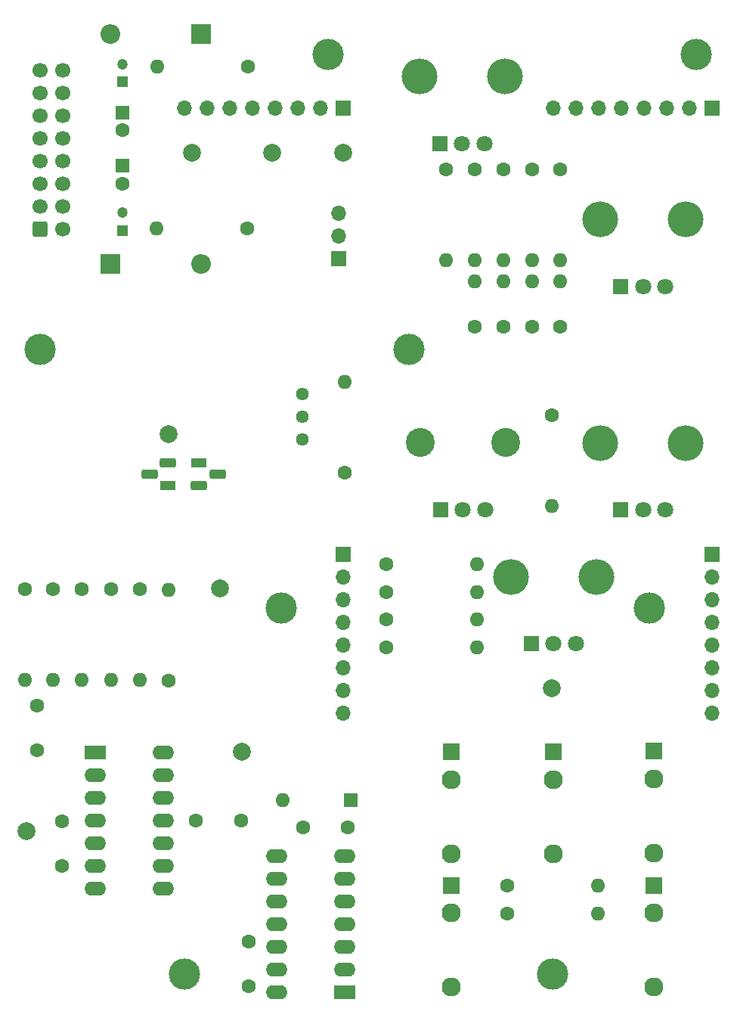
<source format=gts>
G04 #@! TF.GenerationSoftware,KiCad,Pcbnew,8.0.2-1*
G04 #@! TF.CreationDate,2024-08-30T08:24:12+02:00*
G04 #@! TF.ProjectId,vixen,76697865-6e2e-46b6-9963-61645f706362,rev?*
G04 #@! TF.SameCoordinates,Original*
G04 #@! TF.FileFunction,Soldermask,Top*
G04 #@! TF.FilePolarity,Negative*
%FSLAX46Y46*%
G04 Gerber Fmt 4.6, Leading zero omitted, Abs format (unit mm)*
G04 Created by KiCad (PCBNEW 8.0.2-1) date 2024-08-30 08:24:12*
%MOMM*%
%LPD*%
G01*
G04 APERTURE LIST*
G04 Aperture macros list*
%AMRoundRect*
0 Rectangle with rounded corners*
0 $1 Rounding radius*
0 $2 $3 $4 $5 $6 $7 $8 $9 X,Y pos of 4 corners*
0 Add a 4 corners polygon primitive as box body*
4,1,4,$2,$3,$4,$5,$6,$7,$8,$9,$2,$3,0*
0 Add four circle primitives for the rounded corners*
1,1,$1+$1,$2,$3*
1,1,$1+$1,$4,$5*
1,1,$1+$1,$6,$7*
1,1,$1+$1,$8,$9*
0 Add four rect primitives between the rounded corners*
20,1,$1+$1,$2,$3,$4,$5,0*
20,1,$1+$1,$4,$5,$6,$7,0*
20,1,$1+$1,$6,$7,$8,$9,0*
20,1,$1+$1,$8,$9,$2,$3,0*%
G04 Aperture macros list end*
%ADD10C,1.600000*%
%ADD11C,2.000000*%
%ADD12C,3.500000*%
%ADD13R,1.700000X1.700000*%
%ADD14O,1.700000X1.700000*%
%ADD15R,2.200000X2.200000*%
%ADD16O,2.200000X2.200000*%
%ADD17O,1.600000X1.600000*%
%ADD18R,1.800000X1.100000*%
%ADD19RoundRect,0.275000X0.625000X-0.275000X0.625000X0.275000X-0.625000X0.275000X-0.625000X-0.275000X0*%
%ADD20O,4.000000X4.000000*%
%ADD21R,1.800000X1.800000*%
%ADD22C,1.800000*%
%ADD23R,1.930000X1.830000*%
%ADD24C,2.130000*%
%ADD25RoundRect,0.275000X-0.625000X0.275000X-0.625000X-0.275000X0.625000X-0.275000X0.625000X0.275000X0*%
%ADD26R,2.400000X1.600000*%
%ADD27O,2.400000X1.600000*%
%ADD28C,3.240000*%
%ADD29R,1.600000X1.600000*%
%ADD30C,1.440000*%
%ADD31RoundRect,0.250000X-0.600000X-0.600000X0.600000X-0.600000X0.600000X0.600000X-0.600000X0.600000X0*%
%ADD32C,1.700000*%
%ADD33R,1.200000X1.200000*%
%ADD34C,1.200000*%
G04 APERTURE END LIST*
D10*
X36500000Y-119825000D03*
X36500000Y-124825000D03*
X56500000Y-119750000D03*
X51500000Y-119750000D03*
X57400000Y-138300000D03*
X57400000Y-133300000D03*
D11*
X32500000Y-121000000D03*
X60000000Y-45000000D03*
D12*
X75300000Y-67000000D03*
D13*
X68000000Y-40000000D03*
D14*
X65460000Y-40000000D03*
X62920000Y-40000000D03*
X60380000Y-40000000D03*
X57840000Y-40000000D03*
X55300000Y-40000000D03*
X52760000Y-40000000D03*
X50220000Y-40000000D03*
D15*
X52050000Y-31750000D03*
D16*
X41890000Y-31750000D03*
D15*
X41870000Y-57500000D03*
D16*
X52030000Y-57500000D03*
D10*
X79500000Y-46870000D03*
D17*
X79500000Y-57030000D03*
D10*
X57330000Y-35400000D03*
D17*
X47170000Y-35400000D03*
D12*
X50150000Y-137000000D03*
D10*
X91300000Y-74370000D03*
D17*
X91300000Y-84530000D03*
D18*
X48340000Y-82250000D03*
D19*
X46270000Y-80980000D03*
X48340000Y-79710000D03*
D10*
X82700000Y-64480000D03*
D17*
X82700000Y-59400000D03*
D20*
X76550000Y-36500000D03*
X86050000Y-36500000D03*
D21*
X78800000Y-44000000D03*
D22*
X81300000Y-44000000D03*
X83800000Y-44000000D03*
D20*
X96800000Y-77500000D03*
X106300000Y-77500000D03*
D21*
X99050000Y-85000000D03*
D22*
X101550000Y-85000000D03*
X104050000Y-85000000D03*
D20*
X86800000Y-92500000D03*
X96300000Y-92500000D03*
D21*
X89050000Y-100000000D03*
D22*
X91550000Y-100000000D03*
X94050000Y-100000000D03*
D13*
X68000000Y-90000000D03*
D14*
X68000000Y-92540000D03*
X68000000Y-95080000D03*
X68000000Y-97620000D03*
X68000000Y-100160000D03*
X68000000Y-102700000D03*
X68000000Y-105240000D03*
X68000000Y-107780000D03*
D10*
X89100000Y-64480000D03*
D17*
X89100000Y-59400000D03*
D23*
X91550000Y-112100000D03*
D24*
X91550000Y-123500000D03*
X91550000Y-115200000D03*
D11*
X51000000Y-45000000D03*
D18*
X51830000Y-79730000D03*
D25*
X53900000Y-81000000D03*
X51830000Y-82270000D03*
D26*
X40200000Y-112125000D03*
D27*
X40200000Y-114665000D03*
X40200000Y-117205000D03*
X40200000Y-119745000D03*
X40200000Y-122285000D03*
X40200000Y-124825000D03*
X40200000Y-127365000D03*
X47820000Y-127365000D03*
X47820000Y-124825000D03*
X47820000Y-122285000D03*
X47820000Y-119745000D03*
X47820000Y-117205000D03*
X47820000Y-114665000D03*
X47820000Y-112125000D03*
D11*
X91300000Y-105000000D03*
D10*
X35500000Y-93890000D03*
D17*
X35500000Y-104050000D03*
D10*
X72770000Y-94200000D03*
D17*
X82930000Y-94200000D03*
D10*
X57230000Y-53500000D03*
D17*
X47070000Y-53500000D03*
D10*
X68150000Y-80830000D03*
D17*
X68150000Y-70670000D03*
D10*
X48400000Y-104110000D03*
D17*
X48400000Y-93950000D03*
D12*
X34000000Y-67000000D03*
D11*
X56600000Y-112100000D03*
X68000000Y-45000000D03*
D10*
X72770000Y-91100000D03*
D17*
X82930000Y-91100000D03*
D12*
X61000000Y-96000000D03*
D10*
X89100000Y-46890000D03*
D17*
X89100000Y-57050000D03*
D10*
X72770000Y-100400000D03*
D17*
X82930000Y-100400000D03*
D12*
X91450000Y-137000000D03*
D10*
X82700000Y-46890000D03*
D17*
X82700000Y-57050000D03*
D28*
X76580000Y-77460000D03*
X86180000Y-77460000D03*
D21*
X78880000Y-84960000D03*
D22*
X81380000Y-84960000D03*
X83880000Y-84960000D03*
D23*
X80050000Y-112100000D03*
D24*
X80050000Y-123500000D03*
X80050000Y-115200000D03*
D10*
X86370000Y-130200000D03*
D17*
X96530000Y-130200000D03*
D10*
X85900000Y-64480000D03*
D17*
X85900000Y-59400000D03*
D12*
X107550000Y-34000000D03*
X102300000Y-96000000D03*
D10*
X41950000Y-93870000D03*
D17*
X41950000Y-104030000D03*
D29*
X68810000Y-117500000D03*
D17*
X61190000Y-117500000D03*
D10*
X92300000Y-46870000D03*
D17*
X92300000Y-57030000D03*
D10*
X72770000Y-97300000D03*
D17*
X82930000Y-97300000D03*
D11*
X48400000Y-76500000D03*
D10*
X68500000Y-120500000D03*
X63500000Y-120500000D03*
D23*
X102800000Y-127020000D03*
D24*
X102800000Y-138420000D03*
X102800000Y-130120000D03*
D23*
X102800000Y-112020000D03*
D24*
X102800000Y-123420000D03*
X102800000Y-115120000D03*
D10*
X86370000Y-127100000D03*
D17*
X96530000Y-127100000D03*
D10*
X92300000Y-64480000D03*
D17*
X92300000Y-59400000D03*
D10*
X38700000Y-93890000D03*
D17*
X38700000Y-104050000D03*
D20*
X96800000Y-52500000D03*
X106300000Y-52500000D03*
D21*
X99050000Y-60000000D03*
D22*
X101550000Y-60000000D03*
X104050000Y-60000000D03*
D12*
X66250000Y-34000000D03*
D10*
X32300000Y-93870000D03*
D17*
X32300000Y-104030000D03*
D10*
X45200000Y-93870000D03*
D17*
X45200000Y-104030000D03*
D10*
X85900000Y-46890000D03*
D17*
X85900000Y-57050000D03*
D26*
X68100000Y-139025000D03*
D27*
X68100000Y-136485000D03*
X68100000Y-133945000D03*
X68100000Y-131405000D03*
X68100000Y-128865000D03*
X68100000Y-126325000D03*
X68100000Y-123785000D03*
X60480000Y-123785000D03*
X60480000Y-126325000D03*
X60480000Y-128865000D03*
X60480000Y-131405000D03*
X60480000Y-133945000D03*
X60480000Y-136485000D03*
X60480000Y-139025000D03*
D11*
X54200000Y-93800000D03*
D23*
X80050000Y-127020000D03*
D24*
X80050000Y-138420000D03*
X80050000Y-130120000D03*
D29*
X43250000Y-40500000D03*
D10*
X43250000Y-42500000D03*
D30*
X63400000Y-77140000D03*
X63400000Y-74600000D03*
X63400000Y-72060000D03*
D13*
X109300000Y-90000000D03*
D14*
X109300000Y-92540000D03*
X109300000Y-95080000D03*
X109300000Y-97620000D03*
X109300000Y-100160000D03*
X109300000Y-102700000D03*
X109300000Y-105240000D03*
X109300000Y-107780000D03*
D13*
X67500000Y-56900000D03*
D14*
X67500000Y-54360000D03*
X67500000Y-51820000D03*
D31*
X34000000Y-53600000D03*
D32*
X36540000Y-53600000D03*
X34000000Y-51060000D03*
X36540000Y-51060000D03*
X34000000Y-48520000D03*
X36540000Y-48520000D03*
X34000000Y-45980000D03*
X36540000Y-45980000D03*
X34000000Y-43440000D03*
X36540000Y-43440000D03*
X34000000Y-40900000D03*
X36540000Y-40900000D03*
X34000000Y-38360000D03*
X36540000Y-38360000D03*
X34000000Y-35820000D03*
X36540000Y-35820000D03*
D13*
X109300000Y-40000000D03*
D14*
X106760000Y-40000000D03*
X104220000Y-40000000D03*
X101680000Y-40000000D03*
X99140000Y-40000000D03*
X96600000Y-40000000D03*
X94060000Y-40000000D03*
X91520000Y-40000000D03*
D10*
X33700000Y-106900000D03*
X33700000Y-111900000D03*
D29*
X43250000Y-46500000D03*
D10*
X43250000Y-48500000D03*
D33*
X43250000Y-53722600D03*
D34*
X43250000Y-51722600D03*
D33*
X43250000Y-37072600D03*
D34*
X43250000Y-35072600D03*
M02*

</source>
